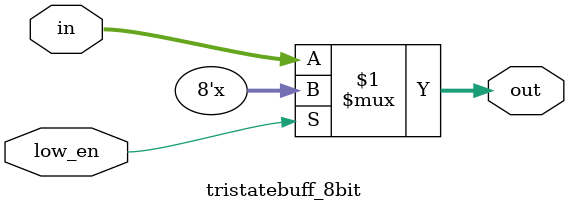
<source format=v>

module tristatebuff_8bit(in, out, low_en);
    input [7:0] in; 
    input low_en; 
    output tri [7:0] out; 
    assign out = low_en ? 8'bzzzzzzzz : in;  //pass the output when enable is 0
endmodule 
</source>
